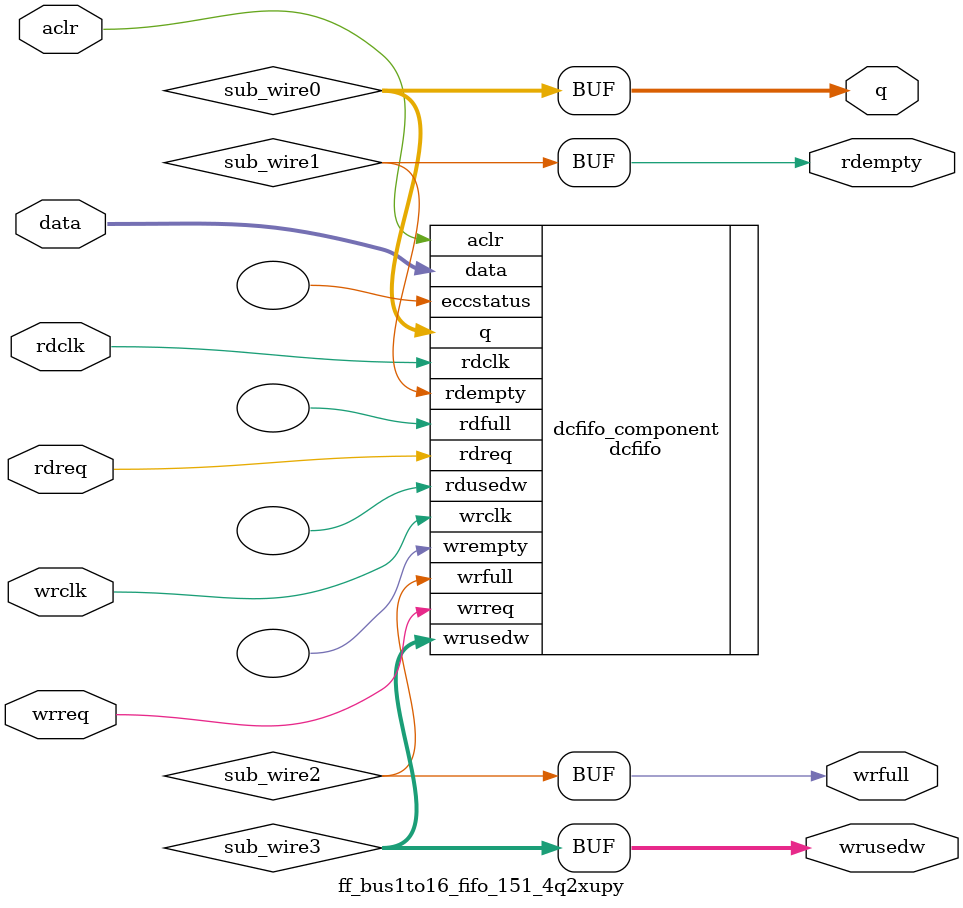
<source format=v>



`timescale 1 ps / 1 ps
// synopsys translate_on
module  ff_bus1to16_fifo_151_4q2xupy  (
    aclr,
    data,
    rdclk,
    rdreq,
    wrclk,
    wrreq,
    q,
    rdempty,
    wrfull,
    wrusedw);

    input    aclr;
    input  [533:0]  data;
    input    rdclk;
    input    rdreq;
    input    wrclk;
    input    wrreq;
    output [533:0]  q;
    output   rdempty;
    output   wrfull;
    output [4:0]  wrusedw;
`ifndef ALTERA_RESERVED_QIS
// synopsys translate_off
`endif
    tri0     aclr;
`ifndef ALTERA_RESERVED_QIS
// synopsys translate_on
`endif

    wire [533:0] sub_wire0;
    wire  sub_wire1;
    wire  sub_wire2;
    wire [4:0] sub_wire3;
    wire [533:0] q = sub_wire0[533:0];
    wire  rdempty = sub_wire1;
    wire  wrfull = sub_wire2;
    wire [4:0] wrusedw = sub_wire3[4:0];

    dcfifo  dcfifo_component (
                .aclr (aclr),
                .data (data),
                .rdclk (rdclk),
                .rdreq (rdreq),
                .wrclk (wrclk),
                .wrreq (wrreq),
                .q (sub_wire0),
                .rdempty (sub_wire1),
                .wrfull (sub_wire2),
                .wrusedw (sub_wire3),
                .eccstatus (),
                .rdfull (),
                .rdusedw (),
                .wrempty ());
    defparam
        dcfifo_component.enable_ecc  = "FALSE",
        dcfifo_component.intended_device_family  = "Arria 10",
        dcfifo_component.lpm_hint  = "DISABLE_DCFIFO_EMBEDDED_TIMING_CONSTRAINT=TRUE",
        dcfifo_component.lpm_numwords  = 32,
        dcfifo_component.lpm_showahead  = "OFF",
        dcfifo_component.lpm_type  = "dcfifo",
        dcfifo_component.lpm_width  = 534,
        dcfifo_component.lpm_widthu  = 5,
        dcfifo_component.overflow_checking  = "ON",
        dcfifo_component.rdsync_delaypipe  = 5,
        dcfifo_component.read_aclr_synch  = "OFF",
        dcfifo_component.underflow_checking  = "ON",
        dcfifo_component.use_eab  = "ON",
        dcfifo_component.write_aclr_synch  = "ON",
        dcfifo_component.wrsync_delaypipe  = 5;


endmodule



</source>
